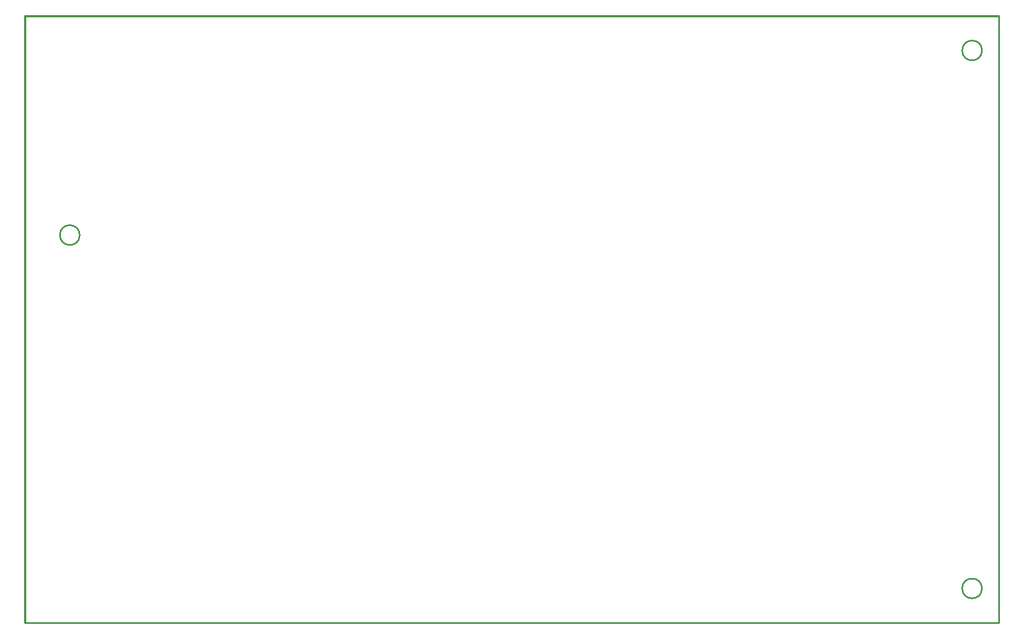
<source format=gko>
G04*
G04 #@! TF.GenerationSoftware,Altium Limited,Altium Designer,19.0.15 (446)*
G04*
G04 Layer_Color=16711935*
%FSLAX23Y23*%
%MOIN*%
G70*
G01*
G75*
%ADD10C,0.005*%
%ADD21C,0.010*%
D10*
X4208Y3055D02*
G03*
X4205Y3058I-3J0D01*
G01*
X4208Y3055D02*
G03*
X4205Y3058I-3J0D01*
G01*
Y-563D02*
G03*
X4208Y-560I0J3D01*
G01*
X4205Y-563D02*
G03*
X4208Y-560I0J3D01*
G01*
X-1595Y3058D02*
G03*
X-1598Y3055I0J-3D01*
G01*
X-1595Y3058D02*
G03*
X-1598Y3055I0J-3D01*
G01*
Y-560D02*
G03*
X-1595Y-563I3J0D01*
G01*
X-1598Y-560D02*
G03*
X-1595Y-563I3J0D01*
G01*
X4208Y-560D02*
Y3055D01*
X-1595Y3058D02*
X4205D01*
X-1595Y-563D02*
X4205D01*
X-1598Y-560D02*
Y3055D01*
D21*
X-1271Y1750D02*
G03*
X-1271Y1750I-59J0D01*
G01*
X4104Y2850D02*
G03*
X4104Y2850I-59J0D01*
G01*
Y-355D02*
G03*
X4104Y-355I-59J0D01*
G01*
X-1595Y3055D02*
X4205D01*
Y-560D02*
Y3055D01*
X-1595Y-560D02*
X4205D01*
X-1595D02*
Y3055D01*
M02*

</source>
